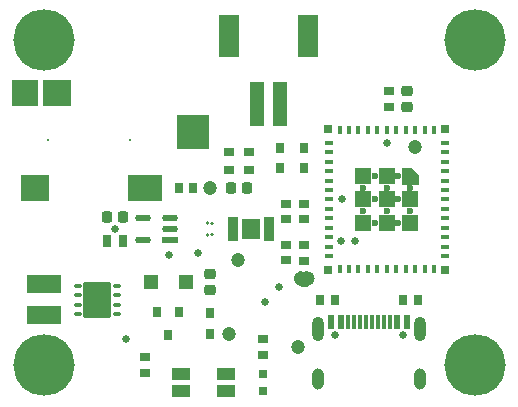
<source format=gts>
G04*
G04 #@! TF.GenerationSoftware,Altium Limited,Altium Designer,25.3.3 (18)*
G04*
G04 Layer_Color=8388736*
%FSLAX44Y44*%
%MOMM*%
G71*
G04*
G04 #@! TF.SameCoordinates,1BA587A1-14B4-44D3-93D4-DEDFCBE312CC*
G04*
G04*
G04 #@! TF.FilePolarity,Negative*
G04*
G01*
G75*
%ADD17R,0.8621X0.7350*%
%ADD19R,0.3000X1.1500*%
%ADD20R,0.6000X1.1500*%
%ADD21R,0.7350X0.8621*%
%ADD22R,0.8121X0.6587*%
%ADD23C,0.2540*%
%ADD29R,1.6500X1.0500*%
%ADD30R,0.8000X0.9000*%
%ADD31R,0.9000X0.8000*%
%ADD33C,1.2070*%
%ADD34R,0.7000X0.7000*%
%ADD35R,1.4500X1.4500*%
%ADD36R,0.8000X0.4000*%
%ADD37R,0.4000X0.8000*%
%ADD40R,1.2500X1.2200*%
%ADD41R,1.3383X0.5780*%
G04:AMPARAMS|DCode=42|XSize=1.3383mm|YSize=0.578mm|CornerRadius=0.289mm|HoleSize=0mm|Usage=FLASHONLY|Rotation=180.000|XOffset=0mm|YOffset=0mm|HoleType=Round|Shape=RoundedRectangle|*
%AMROUNDEDRECTD42*
21,1,1.3383,0.0000,0,0,180.0*
21,1,0.7603,0.5780,0,0,180.0*
1,1,0.5780,-0.3802,0.0000*
1,1,0.5780,0.3802,0.0000*
1,1,0.5780,0.3802,0.0000*
1,1,0.5780,-0.3802,0.0000*
%
%ADD42ROUNDEDRECTD42*%
%ADD44R,0.8000X0.8000*%
%ADD45C,0.6858*%
%ADD46C,0.1750*%
%ADD47C,0.2540*%
%ADD48R,1.2032X3.7032*%
%ADD49R,1.7032X3.6032*%
%ADD50R,3.0032X1.6032*%
G04:AMPARAMS|DCode=51|XSize=0.9632mm|YSize=0.8636mm|CornerRadius=0.1842mm|HoleSize=0mm|Usage=FLASHONLY|Rotation=0.000|XOffset=0mm|YOffset=0mm|HoleType=Round|Shape=RoundedRectangle|*
%AMROUNDEDRECTD51*
21,1,0.9632,0.4953,0,0,0.0*
21,1,0.5949,0.8636,0,0,0.0*
1,1,0.3683,0.2975,-0.2477*
1,1,0.3683,-0.2975,-0.2477*
1,1,0.3683,-0.2975,0.2477*
1,1,0.3683,0.2975,0.2477*
%
%ADD51ROUNDEDRECTD51*%
%ADD52R,2.4032X2.3032*%
%ADD53R,2.2032X2.3032*%
%ADD54R,2.9032X2.3032*%
%ADD55R,2.8032X2.9032*%
%ADD56R,0.8032X1.0032*%
G04:AMPARAMS|DCode=57|XSize=0.9632mm|YSize=0.8636mm|CornerRadius=0.1842mm|HoleSize=0mm|Usage=FLASHONLY|Rotation=270.000|XOffset=0mm|YOffset=0mm|HoleType=Round|Shape=RoundedRectangle|*
%AMROUNDEDRECTD57*
21,1,0.9632,0.4953,0,0,270.0*
21,1,0.5949,0.8636,0,0,270.0*
1,1,0.3683,-0.2477,-0.2975*
1,1,0.3683,-0.2477,0.2975*
1,1,0.3683,0.2477,0.2975*
1,1,0.3683,0.2477,-0.2975*
%
%ADD57ROUNDEDRECTD57*%
G04:AMPARAMS|DCode=58|XSize=0.4016mm|YSize=0.6016mm|CornerRadius=0.1003mm|HoleSize=0mm|Usage=FLASHONLY|Rotation=90.000|XOffset=0mm|YOffset=0mm|HoleType=Round|Shape=RoundedRectangle|*
%AMROUNDEDRECTD58*
21,1,0.4016,0.4010,0,0,90.0*
21,1,0.2010,0.6016,0,0,90.0*
1,1,0.2006,0.2005,0.1005*
1,1,0.2006,0.2005,-0.1005*
1,1,0.2006,-0.2005,-0.1005*
1,1,0.2006,-0.2005,0.1005*
%
%ADD58ROUNDEDRECTD58*%
G04:AMPARAMS|DCode=59|XSize=3.1016mm|YSize=2.3016mm|CornerRadius=0.1058mm|HoleSize=0mm|Usage=FLASHONLY|Rotation=90.000|XOffset=0mm|YOffset=0mm|HoleType=Round|Shape=RoundedRectangle|*
%AMROUNDEDRECTD59*
21,1,3.1016,2.0900,0,0,90.0*
21,1,2.8900,2.3016,0,0,90.0*
1,1,0.2116,1.0450,1.4450*
1,1,0.2116,1.0450,-1.4450*
1,1,0.2116,-1.0450,-1.4450*
1,1,0.2116,-1.0450,1.4450*
%
%ADD59ROUNDEDRECTD59*%
%ADD60R,1.5632X1.6632*%
%ADD61R,0.9532X0.5032*%
%ADD62C,0.6500*%
G04:AMPARAMS|DCode=63|XSize=1mm|YSize=2.1mm|CornerRadius=0.5mm|HoleSize=0mm|Usage=FLASHONLY|Rotation=0.000|XOffset=0mm|YOffset=0mm|HoleType=Round|Shape=RoundedRectangle|*
%AMROUNDEDRECTD63*
21,1,1.0000,1.1000,0,0,0.0*
21,1,0.0000,2.1000,0,0,0.0*
1,1,1.0000,0.0000,-0.5500*
1,1,1.0000,0.0000,-0.5500*
1,1,1.0000,0.0000,0.5500*
1,1,1.0000,0.0000,0.5500*
%
%ADD63ROUNDEDRECTD63*%
G04:AMPARAMS|DCode=64|XSize=1mm|YSize=1.8mm|CornerRadius=0.5mm|HoleSize=0mm|Usage=FLASHONLY|Rotation=0.000|XOffset=0mm|YOffset=0mm|HoleType=Round|Shape=RoundedRectangle|*
%AMROUNDEDRECTD64*
21,1,1.0000,0.8000,0,0,0.0*
21,1,0.0000,1.8000,0,0,0.0*
1,1,1.0000,0.0000,-0.4000*
1,1,1.0000,0.0000,-0.4000*
1,1,1.0000,0.0000,0.4000*
1,1,1.0000,0.0000,0.4000*
%
%ADD64ROUNDEDRECTD64*%
%ADD65R,0.2032X0.2032*%
%ADD66C,5.2032*%
%ADD67C,1.2032*%
%ADD68C,0.6532*%
%ADD69C,0.9000*%
%ADD70C,0.7032*%
%ADD71C,0.6000*%
G36*
X347000Y191000D02*
Y182500D01*
X332500D01*
Y197000D01*
X341000D01*
X347000Y191000D01*
D02*
G37*
D17*
X235000Y131154D02*
D03*
Y118846D02*
D03*
X250000Y166154D02*
D03*
Y153846D02*
D03*
X235000Y166154D02*
D03*
Y153846D02*
D03*
D19*
X307500Y65900D02*
D03*
X322500D02*
D03*
X317500D02*
D03*
X312500D02*
D03*
X302500D02*
D03*
X297500D02*
D03*
X292500D02*
D03*
X287500D02*
D03*
D20*
X337000D02*
D03*
X273000D02*
D03*
X329000D02*
D03*
X281000D02*
D03*
D21*
X346154Y85000D02*
D03*
X333846D02*
D03*
X276154D02*
D03*
X263846D02*
D03*
X156154Y180000D02*
D03*
X143846D02*
D03*
D22*
X322000Y261767D02*
D03*
Y248233D02*
D03*
X250000Y131767D02*
D03*
Y118233D02*
D03*
X115000Y36767D02*
D03*
Y23233D02*
D03*
X215000Y51767D02*
D03*
Y38233D02*
D03*
D23*
X244920Y103000D02*
D03*
X255080D02*
D03*
D29*
X145750Y22250D02*
D03*
Y7750D02*
D03*
X184250Y22250D02*
D03*
Y7750D02*
D03*
D30*
X250000Y196500D02*
D03*
Y213500D02*
D03*
X144500Y75000D02*
D03*
X125500D02*
D03*
X135000Y55000D02*
D03*
X230000Y196500D02*
D03*
Y213500D02*
D03*
X170000Y56500D02*
D03*
Y73500D02*
D03*
D31*
X203500Y210000D02*
D03*
X186500D02*
D03*
X203500Y195000D02*
D03*
X186500D02*
D03*
D33*
X339258Y189258D02*
D03*
D34*
X369500Y229500D02*
D03*
X270500D02*
D03*
Y110500D02*
D03*
X369500D02*
D03*
D35*
X320000Y150250D02*
D03*
Y170000D02*
D03*
Y189750D02*
D03*
X300250Y150250D02*
D03*
Y170000D02*
D03*
Y189750D02*
D03*
X339750Y150250D02*
D03*
Y170000D02*
D03*
D36*
X369000Y218000D02*
D03*
Y210000D02*
D03*
Y202000D02*
D03*
Y194000D02*
D03*
Y186000D02*
D03*
Y178000D02*
D03*
Y170000D02*
D03*
Y162000D02*
D03*
Y154000D02*
D03*
Y146000D02*
D03*
Y138000D02*
D03*
Y130000D02*
D03*
Y122000D02*
D03*
X271000D02*
D03*
Y130000D02*
D03*
Y138000D02*
D03*
Y146000D02*
D03*
Y154000D02*
D03*
Y162000D02*
D03*
Y170000D02*
D03*
Y178000D02*
D03*
Y186000D02*
D03*
Y194000D02*
D03*
Y202000D02*
D03*
Y210000D02*
D03*
Y218000D02*
D03*
D37*
X360000Y111000D02*
D03*
X352000D02*
D03*
X344000D02*
D03*
X336000D02*
D03*
X328000D02*
D03*
X320000D02*
D03*
X312000D02*
D03*
X304000D02*
D03*
X296000D02*
D03*
X288000D02*
D03*
X280000D02*
D03*
Y229000D02*
D03*
X288000D02*
D03*
X296000D02*
D03*
X304000D02*
D03*
X312000D02*
D03*
X320000D02*
D03*
X328000D02*
D03*
X336000D02*
D03*
X344000D02*
D03*
X352000D02*
D03*
X360000D02*
D03*
D40*
X120250Y100000D02*
D03*
X149750D02*
D03*
D41*
X136162Y135500D02*
D03*
D42*
Y145000D02*
D03*
Y154500D02*
D03*
X113838D02*
D03*
Y135500D02*
D03*
D44*
X215000Y22500D02*
D03*
Y7500D02*
D03*
D45*
X255588Y103000D02*
G03*
X255588Y103000I-3048J0D01*
G01*
X250508D02*
G03*
X250508Y103000I-3048J0D01*
G01*
D46*
X168825Y140000D02*
G03*
X168825Y140000I-875J0D01*
G01*
Y150000D02*
G03*
X168825Y150000I-875J0D01*
G01*
X172925Y140000D02*
G03*
X172925Y140000I-875J0D01*
G01*
Y150000D02*
G03*
X172925Y150000I-875J0D01*
G01*
D47*
X247460Y108080D02*
X252540D01*
X247460Y97920D02*
X252540D01*
D48*
X230000Y250500D02*
D03*
X210000D02*
D03*
D49*
X253500Y308000D02*
D03*
X186500D02*
D03*
D50*
X30000Y72000D02*
D03*
Y98000D02*
D03*
D51*
X337000Y248000D02*
D03*
Y262000D02*
D03*
X170000Y107000D02*
D03*
Y93000D02*
D03*
D52*
X41000Y260500D02*
D03*
X22000Y179500D02*
D03*
D53*
X14000Y260500D02*
D03*
D54*
X115000Y179500D02*
D03*
D55*
X156000Y227500D02*
D03*
D56*
X96500Y135000D02*
D03*
X83500D02*
D03*
D57*
X97000Y155000D02*
D03*
X83000D02*
D03*
X202000Y180000D02*
D03*
X188000D02*
D03*
D58*
X91500Y73000D02*
D03*
Y81000D02*
D03*
Y89000D02*
D03*
Y97000D02*
D03*
X58500D02*
D03*
Y89000D02*
D03*
Y81000D02*
D03*
Y73000D02*
D03*
D59*
X75000Y85000D02*
D03*
D60*
X205000Y145000D02*
D03*
D61*
X220000Y137500D02*
D03*
Y142500D02*
D03*
Y147500D02*
D03*
Y152500D02*
D03*
X190000Y137500D02*
D03*
Y142500D02*
D03*
Y147500D02*
D03*
Y152500D02*
D03*
D62*
X333900Y55150D02*
D03*
X276100D02*
D03*
D63*
X348200Y60150D02*
D03*
X261800D02*
D03*
D64*
X348200Y18350D02*
D03*
X261800D02*
D03*
D65*
X33000Y220000D02*
D03*
X103000D02*
D03*
D66*
X30000Y30000D02*
D03*
X395000D02*
D03*
X30000Y305000D02*
D03*
X395000D02*
D03*
D67*
X186000Y56000D02*
D03*
X344000Y214000D02*
D03*
X245000Y45000D02*
D03*
X194000Y119000D02*
D03*
X170000Y180000D02*
D03*
D68*
X160000Y124751D02*
D03*
X99000Y52000D02*
D03*
X320000Y218000D02*
D03*
X293000Y135000D02*
D03*
X281000D02*
D03*
X229000Y96000D02*
D03*
X217000Y83000D02*
D03*
X90000Y145000D02*
D03*
X250000Y196000D02*
D03*
X183767Y21767D02*
D03*
X215000Y51767D02*
D03*
X136000Y123000D02*
D03*
X282000Y170000D02*
D03*
D69*
X185250Y7000D02*
D03*
X144750D02*
D03*
D70*
X80000Y85000D02*
D03*
X70000D02*
D03*
X75000Y78000D02*
D03*
Y92000D02*
D03*
X205000Y145000D02*
D03*
D71*
X339750Y160125D02*
D03*
X320000D02*
D03*
X300250D02*
D03*
X339750Y179875D02*
D03*
X320000D02*
D03*
X300250D02*
D03*
X310125Y150250D02*
D03*
Y170000D02*
D03*
Y189750D02*
D03*
X329875Y150250D02*
D03*
Y170000D02*
D03*
Y189750D02*
D03*
M02*

</source>
